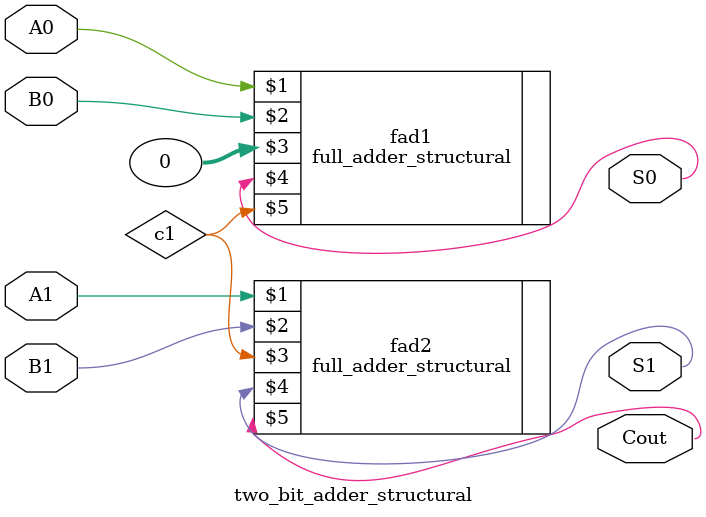
<source format=v>
`timescale 1ns / 1ps

module two_bit_adder_structural(
input A0,A1,B0,B1,
output S0,S1,Cout
    );
    wire c1;
    full_adder_structural fad1(A0,B0,0,S0,c1);
    full_adder_structural fad2(A1,B1,c1,S1,Cout);

endmodule

</source>
